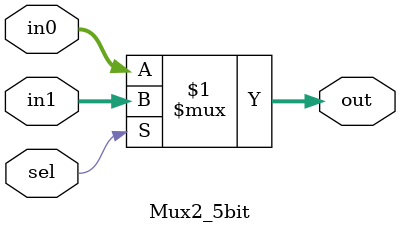
<source format=v>
module Mux2_5bit(
    input wire [4:0] in0,
    input wire [4:0] in1,
    input wire sel,
    output wire [4:0] out
);
    assign out = sel ? in1 : in0;
endmodule
</source>
